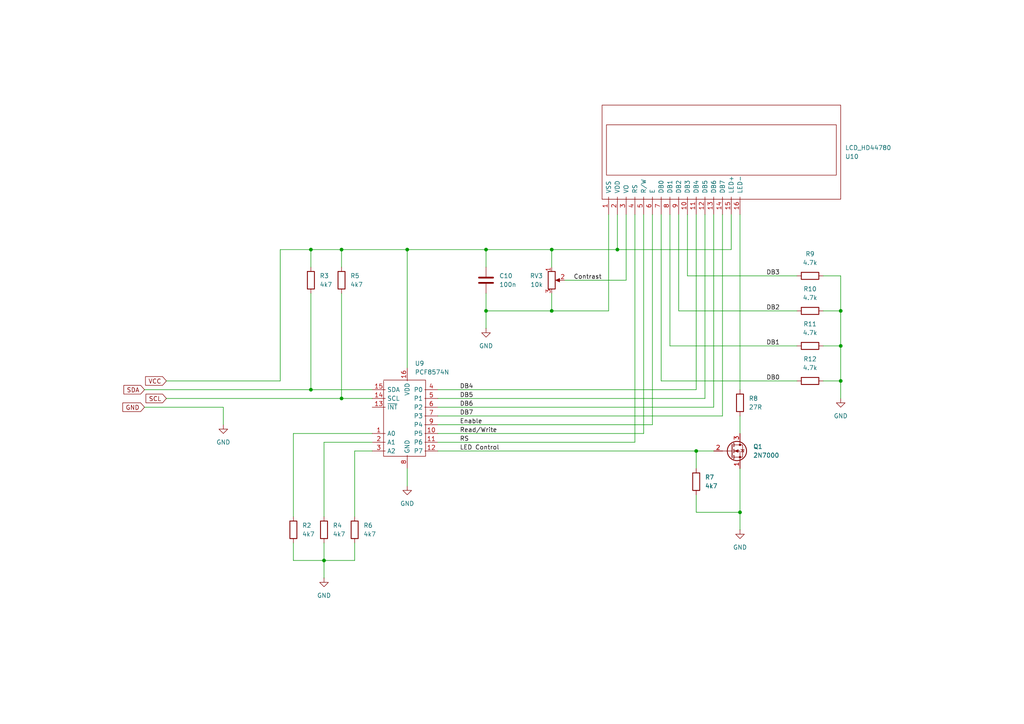
<source format=kicad_sch>
(kicad_sch (version 20231120) (generator "eeschema") (generator_version "8.0")
  (paper "A4")
  (lib_symbols
    (symbol "Device:C" (pin_numbers hide) (pin_names (offset 0.254))
      (property "Reference" "C" (at 0.635 2.54 0))
      (property "Value" "C" (at 0.635 -2.54 0))
      (symbol "C_0_1"
        (polyline (pts (xy -2.032 -0.762) (xy 2.032 -0.762)) (stroke (width 0.508)))
        (polyline (pts (xy -2.032 0.762) (xy 2.032 0.762)) (stroke (width 0.508)))
      )
      (symbol "C_1_1"
        (pin passive line (at 0 3.81 270) (length 2.794) (name "~") (number "1"))
        (pin passive line (at 0 -3.81 90) (length 2.794) (name "~") (number "2"))
      )
    )
    (symbol "Device:R" (pin_numbers hide) (pin_names (offset 0))
      (property "Reference" "R" (at 2.032 0 90))
      (property "Value" "R" (at 0 0 90))
      (symbol "R_0_1"
        (rectangle (start -1.016 -2.54) (end 1.016 2.54) (stroke (width 0.254)))
      )
      (symbol "R_1_1"
        (pin passive line (at 0 3.81 270) (length 1.27) (name "~") (number "1"))
        (pin passive line (at 0 -3.81 90) (length 1.27) (name "~") (number "2"))
      )
    )
    (symbol "Device:R_Potentiometer" (pin_names (offset 1.016) hide)
      (property "Reference" "RV" (at -4.445 0 90))
      (property "Value" "R_Potentiometer" (at -2.54 0 90))
      (symbol "R_Potentiometer_0_1"
        (polyline (pts (xy 2.54 0) (xy 1.524 0)))
        (polyline (pts (xy 1.143 0) (xy 2.286 0.508) (xy 2.286 -0.508) (xy 1.143 0)) (fill (type outline)))
        (rectangle (start 1.016 2.54) (end -1.016 -2.54) (stroke (width 0.254)))
      )
      (symbol "R_Potentiometer_1_1"
        (pin passive line (at 0 3.81 270) (length 1.27) (name "1") (number "1"))
        (pin passive line (at 3.81 0 180) (length 1.27) (name "2") (number "2"))
        (pin passive line (at 0 -3.81 90) (length 1.27) (name "3") (number "3"))
      )
    )
    (symbol "My_Headers:LCD_HD44780" (pin_names (offset 1.016))
      (property "Reference" "U" (at 54.61 -2.54 0))
      (property "Value" "LCD_HD44780" (at 6.35 -33.655 0))
      (symbol "LCD_HD44780_0_1"
        (rectangle (start -0.635 -11.43) (end 66.04 -26.035))
        (polyline (pts (xy -1.905 -4.445) (xy 67.31 -4.445) (xy 67.31 -31.75) (xy -1.905 -31.75) (xy -1.905 -4.445)))
      )
      (symbol "LCD_HD44780_1_1"
        (pin input line (at 0 0 270) (length 5.08) (name "VSS") (number "1"))
        (pin input line (at 22.86 0 270) (length 5.08) (name "DB3") (number "10"))
        (pin input line (at 25.4 0 270) (length 5.08) (name "DB4") (number "11"))
        (pin input line (at 27.94 0 270) (length 5.08) (name "DB5") (number "12"))
        (pin input line (at 30.48 0 270) (length 5.08) (name "DB6") (number "13"))
        (pin input line (at 33.02 0 270) (length 5.08) (name "DB7") (number "14"))
        (pin input line (at 35.56 0 270) (length 5.08) (name "LED+") (number "15"))
        (pin input line (at 38.1 0 270) (length 5.08) (name "LED-") (number "16"))
        (pin input line (at 2.54 0 270) (length 5.08) (name "VDD") (number "2"))
        (pin input line (at 5.08 0 270) (length 5.08) (name "VO") (number "3"))
        (pin input line (at 7.62 0 270) (length 5.08) (name "RS") (number "4"))
        (pin input line (at 10.16 0 270) (length 5.08) (name "R/W") (number "5"))
        (pin input line (at 12.7 0 270) (length 5.08) (name "E") (number "6"))
        (pin input line (at 15.24 0 270) (length 5.08) (name "DB0") (number "7"))
        (pin input line (at 17.78 0 270) (length 5.08) (name "DB1") (number "8"))
        (pin input line (at 20.32 0 270) (length 5.08) (name "DB2") (number "9"))
      )
    )
    (symbol "My_Parts:PCF8574N"
      (property "Reference" "U" (at 3.048 4.572 0))
      (property "Value" "PCF8574N" (at 18.542 4.318 0))
      (symbol "PCF8574N_0_1"
        (polyline (pts (xy 3.302 2.794) (xy 15.494 2.794) (xy 15.494 -19.304) (xy 3.302 -19.304) (xy 3.302 2.54)))
      )
      (symbol "PCF8574N_1_1"
        (pin input line (at 0 -12.7 0) (length 3.81) (name "A0") (number "1"))
        (pin bidirectional line (at 19.05 -12.7 180) (length 3.81) (name "P5") (number "10"))
        (pin bidirectional line (at 19.05 -15.24 180) (length 3.81) (name "P6") (number "11"))
        (pin bidirectional line (at 19.05 -17.78 180) (length 3.81) (name "P7") (number "12"))
        (pin open_collector line (at 0 -5.08 0) (length 3.81) (name "~{INT}") (number "13"))
        (pin input line (at 0 -2.54 0) (length 3.81) (name "SCL") (number "14"))
        (pin bidirectional line (at 0 0 0) (length 3.81) (name "SDA") (number "15"))
        (pin power_out line (at 10.16 6.35 270) (length 3.81) (name "VDD") (number "16"))
        (pin input line (at 0 -15.24 0) (length 3.81) (name "A1") (number "2"))
        (pin input line (at 0 -17.78 0) (length 3.81) (name "A2") (number "3"))
        (pin bidirectional line (at 19.05 0 180) (length 3.81) (name "P0") (number "4"))
        (pin bidirectional line (at 19.05 -2.54 180) (length 3.81) (name "P1") (number "5"))
        (pin bidirectional line (at 19.05 -5.08 180) (length 3.81) (name "P2") (number "6"))
        (pin bidirectional line (at 19.05 -7.62 180) (length 3.81) (name "P3") (number "7"))
        (pin power_out line (at 10.16 -22.86 90) (length 3.81) (name "GND") (number "8"))
        (pin bidirectional line (at 19.05 -10.16 180) (length 3.81) (name "P4") (number "9"))
      )
    )
    (symbol "Transistor_FET:2N7000" (pin_names hide)
      (property "Reference" "Q" (at 5.08 1.905 0))
      (property "Value" "2N7000" (at 5.08 0 0))
      (symbol "2N7000_0_1"
        (polyline (pts (xy 0.254 0) (xy -2.54 0)))
        (polyline (pts (xy 0.254 1.905) (xy 0.254 -1.905)) (stroke (width 0.254)))
        (polyline (pts (xy 0.762 -1.27) (xy 0.762 -2.286)) (stroke (width 0.254)))
        (polyline (pts (xy 0.762 0.508) (xy 0.762 -0.508)) (stroke (width 0.254)))
        (polyline (pts (xy 0.762 2.286) (xy 0.762 1.27)) (stroke (width 0.254)))
        (polyline (pts (xy 2.54 2.54) (xy 2.54 1.778)))
        (polyline (pts (xy 2.54 -2.54) (xy 2.54 0) (xy 0.762 0)))
        (polyline (pts (xy 0.762 -1.778) (xy 3.302 -1.778) (xy 3.302 1.778) (xy 0.762 1.778)))
        (polyline (pts (xy 1.016 0) (xy 2.032 0.381) (xy 2.032 -0.381) (xy 1.016 0)) (fill (type outline)))
        (polyline (pts (xy 2.794 0.508) (xy 2.921 0.381) (xy 3.683 0.381) (xy 3.81 0.254)))
        (polyline (pts (xy 3.302 0.381) (xy 2.921 -0.254) (xy 3.683 -0.254) (xy 3.302 0.381)))
        (circle (center 1.651 0) (radius 2.794) (stroke (width 0.254)))
        (circle (center 2.54 -1.778) (radius 0.254) (fill (type outline)))
        (circle (center 2.54 1.778) (radius 0.254) (fill (type outline)))
      )
      (symbol "2N7000_1_1"
        (pin passive line (at 2.54 -5.08 90) (length 2.54) (name "S") (number "1"))
        (pin input line (at -5.08 0 0) (length 2.54) (name "G") (number "2"))
        (pin passive line (at 2.54 5.08 270) (length 2.54) (name "D") (number "3"))
      )
    )
    (symbol "power:GND" (power) (pin_numbers hide) (pin_names (offset 0) hide)
      (property "Value" "GND" (at 0 -3.81 0))
      (symbol "GND_0_1"
        (polyline (pts (xy 0 0) (xy 0 -1.27) (xy 1.27 -1.27) (xy 0 -2.54) (xy -1.27 -1.27) (xy 0 -1.27)))
      )
      (symbol "GND_1_1"
        (pin power_in line (at 0 0 270) (length 0) (name "~") (number "1"))
      )
    )
  )
  (junction (at 140.97 72.39))
  (junction (at 160.02 90.17))
  (junction (at 99.06 72.39))
  (junction (at 214.63 148.59))
  (junction (at 160.02 72.39))
  (junction (at 179.07 72.39))
  (junction (at 99.06 115.57))
  (junction (at 90.17 72.39))
  (junction (at 118.11 72.39))
  (junction (at 90.17 113.03))
  (junction (at 93.98 162.56))
  (junction (at 140.97 90.17))
  (junction (at 201.93 130.81))
  (junction (at 243.84 110.49))
  (junction (at 243.84 100.33))
  (junction (at 243.84 90.17))
  (wire (pts (xy 189.23 62.23) (xy 189.23 123.19)))
  (wire (pts (xy 81.28 72.39) (xy 81.28 110.49)))
  (wire (pts (xy 90.17 113.03) (xy 107.95 113.03)))
  (wire (pts (xy 93.98 128.27) (xy 93.98 149.86)))
  (wire (pts (xy 231.14 90.17) (xy 196.85 90.17)))
  (wire (pts (xy 214.63 120.65) (xy 214.63 125.73)))
  (wire (pts (xy 48.26 110.49) (xy 81.28 110.49)))
  (wire (pts (xy 201.93 130.81) (xy 201.93 135.89)))
  (wire (pts (xy 140.97 85.09) (xy 140.97 90.17)))
  (wire (pts (xy 243.84 110.49) (xy 243.84 115.57)))
  (wire (pts (xy 201.93 143.51) (xy 201.93 148.59)))
  (wire (pts (xy 204.47 62.23) (xy 204.47 115.57)))
  (wire (pts (xy 214.63 148.59) (xy 214.63 153.67)))
  (wire (pts (xy 201.93 148.59) (xy 214.63 148.59)))
  (wire (pts (xy 243.84 80.01) (xy 243.84 90.17)))
  (wire (pts (xy 99.06 72.39) (xy 99.06 77.47)))
  (wire (pts (xy 41.91 113.03) (xy 90.17 113.03)))
  (wire (pts (xy 140.97 77.47) (xy 140.97 72.39)))
  (wire (pts (xy 99.06 115.57) (xy 107.95 115.57)))
  (wire (pts (xy 207.01 130.81) (xy 201.93 130.81)))
  (wire (pts (xy 93.98 162.56) (xy 93.98 167.64)))
  (wire (pts (xy 179.07 72.39) (xy 160.02 72.39)))
  (wire (pts (xy 212.09 72.39) (xy 179.07 72.39)))
  (wire (pts (xy 176.53 62.23) (xy 176.53 90.17)))
  (wire (pts (xy 201.93 113.03) (xy 127 113.03)))
  (wire (pts (xy 214.63 62.23) (xy 214.63 113.03)))
  (wire (pts (xy 191.77 110.49) (xy 191.77 62.23)))
  (wire (pts (xy 127 130.81) (xy 201.93 130.81)))
  (wire (pts (xy 184.15 62.23) (xy 184.15 128.27)))
  (wire (pts (xy 160.02 77.47) (xy 160.02 72.39)))
  (wire (pts (xy 186.69 125.73) (xy 127 125.73)))
  (wire (pts (xy 243.84 100.33) (xy 243.84 110.49)))
  (wire (pts (xy 81.28 72.39) (xy 90.17 72.39)))
  (wire (pts (xy 160.02 85.09) (xy 160.02 90.17)))
  (wire (pts (xy 48.26 115.57) (xy 99.06 115.57)))
  (wire (pts (xy 196.85 90.17) (xy 196.85 62.23)))
  (wire (pts (xy 209.55 62.23) (xy 209.55 120.65)))
  (wire (pts (xy 194.31 100.33) (xy 194.31 62.23)))
  (wire (pts (xy 231.14 80.01) (xy 199.39 80.01)))
  (wire (pts (xy 90.17 72.39) (xy 99.06 72.39)))
  (wire (pts (xy 181.61 81.28) (xy 163.83 81.28)))
  (wire (pts (xy 140.97 72.39) (xy 118.11 72.39)))
  (wire (pts (xy 85.09 157.48) (xy 85.09 162.56)))
  (wire (pts (xy 204.47 115.57) (xy 127 115.57)))
  (wire (pts (xy 199.39 80.01) (xy 199.39 62.23)))
  (wire (pts (xy 64.77 118.11) (xy 64.77 123.19)))
  (wire (pts (xy 184.15 128.27) (xy 127 128.27)))
  (wire (pts (xy 107.95 125.73) (xy 85.09 125.73)))
  (wire (pts (xy 238.76 80.01) (xy 243.84 80.01)))
  (wire (pts (xy 41.91 118.11) (xy 64.77 118.11)))
  (wire (pts (xy 93.98 157.48) (xy 93.98 162.56)))
  (wire (pts (xy 207.01 118.11) (xy 127 118.11)))
  (wire (pts (xy 231.14 100.33) (xy 194.31 100.33)))
  (wire (pts (xy 189.23 123.19) (xy 127 123.19)))
  (wire (pts (xy 118.11 72.39) (xy 118.11 106.68)))
  (wire (pts (xy 140.97 72.39) (xy 160.02 72.39)))
  (wire (pts (xy 107.95 128.27) (xy 93.98 128.27)))
  (wire (pts (xy 243.84 90.17) (xy 243.84 100.33)))
  (wire (pts (xy 140.97 90.17) (xy 160.02 90.17)))
  (wire (pts (xy 212.09 62.23) (xy 212.09 72.39)))
  (wire (pts (xy 118.11 72.39) (xy 99.06 72.39)))
  (wire (pts (xy 201.93 62.23) (xy 201.93 113.03)))
  (wire (pts (xy 118.11 135.89) (xy 118.11 140.97)))
  (wire (pts (xy 238.76 90.17) (xy 243.84 90.17)))
  (wire (pts (xy 93.98 162.56) (xy 102.87 162.56)))
  (wire (pts (xy 179.07 62.23) (xy 179.07 72.39)))
  (wire (pts (xy 140.97 90.17) (xy 140.97 95.25)))
  (wire (pts (xy 102.87 157.48) (xy 102.87 162.56)))
  (wire (pts (xy 99.06 85.09) (xy 99.06 115.57)))
  (wire (pts (xy 90.17 77.47) (xy 90.17 72.39)))
  (wire (pts (xy 209.55 120.65) (xy 127 120.65)))
  (wire (pts (xy 231.14 110.49) (xy 191.77 110.49)))
  (wire (pts (xy 160.02 90.17) (xy 176.53 90.17)))
  (wire (pts (xy 181.61 62.23) (xy 181.61 81.28)))
  (wire (pts (xy 243.84 110.49) (xy 238.76 110.49)))
  (wire (pts (xy 102.87 130.81) (xy 102.87 149.86)))
  (wire (pts (xy 207.01 62.23) (xy 207.01 118.11)))
  (wire (pts (xy 85.09 162.56) (xy 93.98 162.56)))
  (wire (pts (xy 186.69 62.23) (xy 186.69 125.73)))
  (wire (pts (xy 238.76 100.33) (xy 243.84 100.33)))
  (wire (pts (xy 214.63 135.89) (xy 214.63 148.59)))
  (wire (pts (xy 90.17 85.09) (xy 90.17 113.03)))
  (wire (pts (xy 85.09 125.73) (xy 85.09 149.86)))
  (wire (pts (xy 107.95 130.81) (xy 102.87 130.81)))
  (label "DB6" (at 133.35 118.11 0))
  (label "DB4" (at 133.35 113.03 0))
  (label "Contrast" (at 166.37 81.28 0))
  (label "RS" (at 133.35 128.27 0))
  (label "DB5" (at 133.35 115.57 0))
  (label "Enable" (at 133.35 123.19 0))
  (label "DB2" (at 222.25 90.17 0))
  (label "Read{slash}Write" (at 133.35 125.73 0))
  (label "LED Control" (at 133.35 130.81 0))
  (label "DB7" (at 133.35 120.65 0))
  (label "DB1" (at 222.25 100.33 0))
  (label "DB0" (at 222.25 110.49 0))
  (label "DB3" (at 222.25 80.01 0))
  (global_label "SCL" (shape input) (at 48.26 115.57 180) (property "Intersheetrefs" "${INTERSHEET_REFS}" (effects (hide yes))))
  (global_label "SDA" (shape input) (at 41.91 113.03 180) (property "Intersheetrefs" "${INTERSHEET_REFS}" (effects (hide yes))))
  (global_label "GND" (shape input) (at 41.91 118.11 180) (property "Intersheetrefs" "${INTERSHEET_REFS}" (effects (hide yes))))
  (global_label "VCC" (shape input) (at 48.26 110.49 180) (property "Intersheetrefs" "${INTERSHEET_REFS}" (effects (hide yes))))
  (symbol (lib_id "power:GND") (at 93.98 167.64 0) (unit 1)
    (property "Reference" "#PWR024" (effects (hide yes)))
    (property "Value" "GND" (at 93.98 172.72 0))
    (property "Description" "Power symbol creates a global label with name \"GND\" , ground" (effects (hide yes)))
  )
  (symbol (lib_id "Device:R") (at 214.63 116.84 0) (unit 1)
    (property "Reference" "R8" (at 217.17 115.5699 0) (effects (justify left)))
    (property "Value" "27R" (at 217.17 118.1099 0) (effects (justify left)))
    (property "Footprint" "My_Misc:R_Axial_DIN0207_L6.3mm_D2.5mm_P10.16mm_Horizontal_large" (effects (hide yes)))
    (property "Description" "Resistor" (effects (hide yes)))
  )
  (symbol (lib_id "Device:C") (at 140.97 81.28 0) (unit 1)
    (property "Reference" "C10" (at 144.78 80.0099 0) (effects (justify left)))
    (property "Value" "100n" (at 144.78 82.5499 0) (effects (justify left)))
    (property "Footprint" "My_Misc:C_Disc_D3.0mm_W1.6mm_P2.50mm_larg" (effects (hide yes)))
    (property "Description" "Unpolarized capacitor" (effects (hide yes)))
  )
  (symbol (lib_id "My_Headers:LCD_HD44780") (at 176.53 62.23 0) (mirror x) (unit 1)
    (property "Reference" "U10" (at 245.11 45.4026 0) (effects (justify left)))
    (property "Value" "LCD_HD44780" (at 245.11 42.8626 0) (effects (justify left)))
    (property "Footprint" "My_Parts:LCD_HD44780_16x2_w_headers_large" (effects (hide yes)))
  )
  (symbol (lib_id "power:GND") (at 64.77 123.19 0) (unit 1)
    (property "Reference" "#PWR023" (effects (hide yes)))
    (property "Value" "GND" (at 64.77 128.27 0))
    (property "Description" "Power symbol creates a global label with name \"GND\" , ground" (effects (hide yes)))
  )
  (symbol (lib_id "Device:R") (at 201.93 139.7 0) (unit 1)
    (property "Reference" "R7" (at 204.47 138.4299 0) (effects (justify left)))
    (property "Value" "4k7" (at 204.47 140.9699 0) (effects (justify left)))
    (property "Footprint" "My_Misc:R_Axial_DIN0207_L6.3mm_D2.5mm_P10.16mm_Horizontal_large" (effects (hide yes)))
    (property "Description" "Resistor" (effects (hide yes)))
  )
  (symbol (lib_id "power:GND") (at 118.11 140.97 0) (unit 1)
    (property "Reference" "#PWR025" (effects (hide yes)))
    (property "Value" "GND" (at 118.11 146.05 0))
    (property "Description" "Power symbol creates a global label with name \"GND\" , ground" (effects (hide yes)))
  )
  (symbol (lib_id "Device:R") (at 234.95 90.17 90) (unit 1)
    (property "Reference" "R10" (at 234.95 83.82 90))
    (property "Value" "4.7k" (at 234.95 86.36 90))
    (property "Footprint" "My_Misc:R_Axial_DIN0207_L6.3mm_D2.5mm_P10.16mm_Horizontal_large" (effects (hide yes)))
    (property "Description" "Resistor" (effects (hide yes)))
  )
  (symbol (lib_id "Transistor_FET:2N7000") (at 212.09 130.81 0) (unit 1)
    (property "Reference" "Q1" (at 218.44 129.5399 0) (effects (justify left)))
    (property "Value" "2N7000" (at 218.44 132.0799 0) (effects (justify left)))
    (property "Footprint" "My_Misc:TO-92_Inline_Wide_large" (effects (hide yes)))
    (property "Datasheet" "https://www.vishay.com/docs/70226/70226.pdf" (effects (hide yes)))
    (property "Description" "0.2A Id, 200V Vds, N-Channel MOSFET, 2.6V Logic Level, TO-92" (effects (hide yes)))
  )
  (symbol (lib_id "Device:R") (at 234.95 110.49 90) (unit 1)
    (property "Reference" "R12" (at 234.95 104.14 90))
    (property "Value" "4.7k" (at 234.95 106.68 90))
    (property "Footprint" "My_Misc:R_Axial_DIN0207_L6.3mm_D2.5mm_P10.16mm_Horizontal_large" (effects (hide yes)))
    (property "Description" "Resistor" (effects (hide yes)))
  )
  (symbol (lib_id "Device:R") (at 102.87 153.67 0) (unit 1)
    (property "Reference" "R6" (at 105.41 152.3999 0) (effects (justify left)))
    (property "Value" "4k7" (at 105.41 154.9399 0) (effects (justify left)))
    (property "Footprint" "My_Misc:R_Axial_DIN0207_L6.3mm_D2.5mm_P10.16mm_Horizontal_large" (effects (hide yes)))
    (property "Description" "Resistor" (effects (hide yes)))
  )
  (symbol (lib_id "power:GND") (at 243.84 115.57 0) (unit 1)
    (property "Reference" "#PWR028" (effects (hide yes)))
    (property "Value" "GND" (at 243.84 120.65 0))
    (property "Description" "Power symbol creates a global label with name \"GND\" , ground" (effects (hide yes)))
  )
  (symbol (lib_id "Device:R") (at 90.17 81.28 0) (unit 1)
    (property "Reference" "R3" (at 92.71 80.0099 0) (effects (justify left)))
    (property "Value" "4k7" (at 92.71 82.5499 0) (effects (justify left)))
    (property "Footprint" "My_Misc:R_Axial_DIN0207_L6.3mm_D2.5mm_P10.16mm_Horizontal_large" (effects (hide yes)))
    (property "Description" "Resistor" (effects (hide yes)))
  )
  (symbol (lib_id "Device:R") (at 99.06 81.28 0) (unit 1)
    (property "Reference" "R5" (at 101.6 80.0099 0) (effects (justify left)))
    (property "Value" "4k7" (at 101.6 82.5499 0) (effects (justify left)))
    (property "Footprint" "My_Misc:R_Axial_DIN0207_L6.3mm_D2.5mm_P10.16mm_Horizontal_large" (effects (hide yes)))
    (property "Description" "Resistor" (effects (hide yes)))
  )
  (symbol (lib_id "power:GND") (at 140.97 95.25 0) (unit 1)
    (property "Reference" "#PWR026" (effects (hide yes)))
    (property "Value" "GND" (at 140.97 100.33 0))
    (property "Description" "Power symbol creates a global label with name \"GND\" , ground" (effects (hide yes)))
  )
  (symbol (lib_id "power:GND") (at 214.63 153.67 0) (unit 1)
    (property "Reference" "#PWR027" (effects (hide yes)))
    (property "Value" "GND" (at 214.63 158.75 0))
    (property "Description" "Power symbol creates a global label with name \"GND\" , ground" (effects (hide yes)))
  )
  (symbol (lib_id "My_Parts:PCF8574N") (at 107.95 113.03 0) (unit 1)
    (property "Reference" "U9" (at 120.3041 105.41 0) (effects (justify left)))
    (property "Value" "PCF8574N" (at 120.3041 107.95 0) (effects (justify left)))
    (property "Footprint" "My_Misc:DIP-16_W7.62mm_w socket" (effects (hide yes)))
    (property "Datasheet" "https://www.electrokit.com/upload/product/40358/40358574/40358574.pdf" (effects (hide yes)))
    (property "Description" "DIP-16 I2C I/O Bus Expander, electrokit #40358574" (effects (hide yes)))
  )
  (symbol (lib_id "Device:R") (at 93.98 153.67 0) (unit 1)
    (property "Reference" "R4" (at 96.52 152.3999 0) (effects (justify left)))
    (property "Value" "4k7" (at 96.52 154.9399 0) (effects (justify left)))
    (property "Footprint" "My_Misc:R_Axial_DIN0207_L6.3mm_D2.5mm_P10.16mm_Horizontal_large" (effects (hide yes)))
    (property "Description" "Resistor" (effects (hide yes)))
  )
  (symbol (lib_id "Device:R") (at 234.95 100.33 90) (unit 1)
    (property "Reference" "R11" (at 234.95 93.98 90))
    (property "Value" "4.7k" (at 234.95 96.52 90))
    (property "Footprint" "My_Misc:R_Axial_DIN0207_L6.3mm_D2.5mm_P10.16mm_Horizontal_large" (effects (hide yes)))
    (property "Description" "Resistor" (effects (hide yes)))
  )
  (symbol (lib_id "Device:R") (at 85.09 153.67 0) (unit 1)
    (property "Reference" "R2" (at 87.63 152.3999 0) (effects (justify left)))
    (property "Value" "4k7" (at 87.63 154.9399 0) (effects (justify left)))
    (property "Footprint" "My_Misc:R_Axial_DIN0207_L6.3mm_D2.5mm_P10.16mm_Horizontal_large" (effects (hide yes)))
    (property "Description" "Resistor" (effects (hide yes)))
  )
  (symbol (lib_id "Device:R") (at 234.95 80.01 90) (unit 1)
    (property "Reference" "R9" (at 234.95 73.66 90))
    (property "Value" "4.7k" (at 234.95 76.2 90))
    (property "Footprint" "My_Misc:R_Axial_DIN0207_L6.3mm_D2.5mm_P10.16mm_Horizontal_large" (effects (hide yes)))
    (property "Description" "Resistor" (effects (hide yes)))
  )
  (symbol (lib_id "Device:R_Potentiometer") (at 160.02 81.28 0) (unit 1)
    (property "Reference" "RV3" (at 157.48 80.0099 0) (effects (justify right)))
    (property "Value" "10k" (at 157.48 82.5499 0) (effects (justify right)))
    (property "Footprint" "My_Misc:Potentiometer_Piher_PT-6-V_Vertical_larger_pads" (effects (hide yes)))
    (property "Description" "Potentiometer" (effects (hide yes)))
  )
)
</source>
